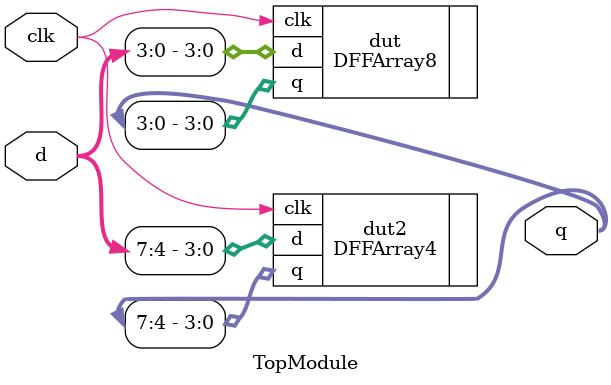
<source format=sv>

module TopModule (
  input clk,
  input [7:0] d,
  output reg [7:0] q
);

// Create a positive edge triggered D flip-flop array
DFFArray8 dut (
  .clk(clk),
  .d(d[3:0]),
  .q(q[3:0])
);

DFFArray4 dut2 (
  .clk(clk),
  .d(d[7:4]),
  .q(q[7:4])
);

endmodule

// VERILOG-EVAL: abnormal backticks count
// VERILOG-EVAL: errant inclusion of module definition

</source>
